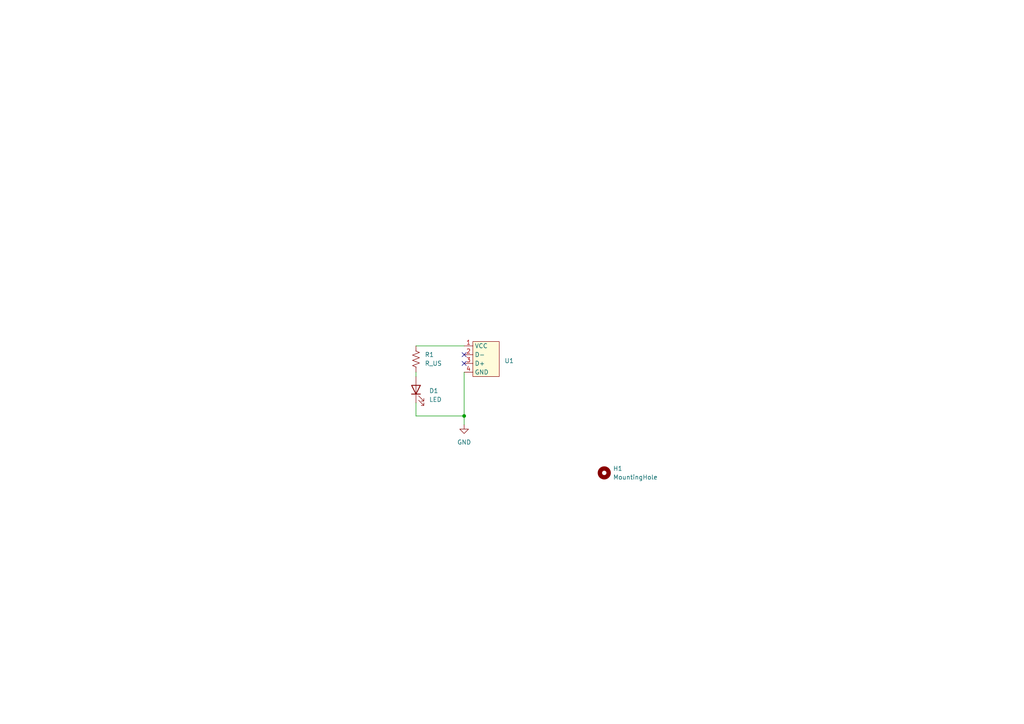
<source format=kicad_sch>
(kicad_sch
	(version 20250114)
	(generator "eeschema")
	(generator_version "9.0")
	(uuid "1a987dd8-87bc-4b74-82b5-02394680999b")
	(paper "A4")
	(lib_symbols
		(symbol "Device:LED"
			(pin_numbers
				(hide yes)
			)
			(pin_names
				(offset 1.016)
				(hide yes)
			)
			(exclude_from_sim no)
			(in_bom yes)
			(on_board yes)
			(property "Reference" "D"
				(at 0 2.54 0)
				(effects
					(font
						(size 1.27 1.27)
					)
				)
			)
			(property "Value" "LED"
				(at 0 -2.54 0)
				(effects
					(font
						(size 1.27 1.27)
					)
				)
			)
			(property "Footprint" ""
				(at 0 0 0)
				(effects
					(font
						(size 1.27 1.27)
					)
					(hide yes)
				)
			)
			(property "Datasheet" "~"
				(at 0 0 0)
				(effects
					(font
						(size 1.27 1.27)
					)
					(hide yes)
				)
			)
			(property "Description" "Light emitting diode"
				(at 0 0 0)
				(effects
					(font
						(size 1.27 1.27)
					)
					(hide yes)
				)
			)
			(property "Sim.Pins" "1=K 2=A"
				(at 0 0 0)
				(effects
					(font
						(size 1.27 1.27)
					)
					(hide yes)
				)
			)
			(property "ki_keywords" "LED diode"
				(at 0 0 0)
				(effects
					(font
						(size 1.27 1.27)
					)
					(hide yes)
				)
			)
			(property "ki_fp_filters" "LED* LED_SMD:* LED_THT:*"
				(at 0 0 0)
				(effects
					(font
						(size 1.27 1.27)
					)
					(hide yes)
				)
			)
			(symbol "LED_0_1"
				(polyline
					(pts
						(xy -3.048 -0.762) (xy -4.572 -2.286) (xy -3.81 -2.286) (xy -4.572 -2.286) (xy -4.572 -1.524)
					)
					(stroke
						(width 0)
						(type default)
					)
					(fill
						(type none)
					)
				)
				(polyline
					(pts
						(xy -1.778 -0.762) (xy -3.302 -2.286) (xy -2.54 -2.286) (xy -3.302 -2.286) (xy -3.302 -1.524)
					)
					(stroke
						(width 0)
						(type default)
					)
					(fill
						(type none)
					)
				)
				(polyline
					(pts
						(xy -1.27 0) (xy 1.27 0)
					)
					(stroke
						(width 0)
						(type default)
					)
					(fill
						(type none)
					)
				)
				(polyline
					(pts
						(xy -1.27 -1.27) (xy -1.27 1.27)
					)
					(stroke
						(width 0.254)
						(type default)
					)
					(fill
						(type none)
					)
				)
				(polyline
					(pts
						(xy 1.27 -1.27) (xy 1.27 1.27) (xy -1.27 0) (xy 1.27 -1.27)
					)
					(stroke
						(width 0.254)
						(type default)
					)
					(fill
						(type none)
					)
				)
			)
			(symbol "LED_1_1"
				(pin passive line
					(at -3.81 0 0)
					(length 2.54)
					(name "K"
						(effects
							(font
								(size 1.27 1.27)
							)
						)
					)
					(number "1"
						(effects
							(font
								(size 1.27 1.27)
							)
						)
					)
				)
				(pin passive line
					(at 3.81 0 180)
					(length 2.54)
					(name "A"
						(effects
							(font
								(size 1.27 1.27)
							)
						)
					)
					(number "2"
						(effects
							(font
								(size 1.27 1.27)
							)
						)
					)
				)
			)
			(embedded_fonts no)
		)
		(symbol "Device:R_US"
			(pin_numbers
				(hide yes)
			)
			(pin_names
				(offset 0)
			)
			(exclude_from_sim no)
			(in_bom yes)
			(on_board yes)
			(property "Reference" "R"
				(at 2.54 0 90)
				(effects
					(font
						(size 1.27 1.27)
					)
				)
			)
			(property "Value" "R_US"
				(at -2.54 0 90)
				(effects
					(font
						(size 1.27 1.27)
					)
				)
			)
			(property "Footprint" ""
				(at 1.016 -0.254 90)
				(effects
					(font
						(size 1.27 1.27)
					)
					(hide yes)
				)
			)
			(property "Datasheet" "~"
				(at 0 0 0)
				(effects
					(font
						(size 1.27 1.27)
					)
					(hide yes)
				)
			)
			(property "Description" "Resistor, US symbol"
				(at 0 0 0)
				(effects
					(font
						(size 1.27 1.27)
					)
					(hide yes)
				)
			)
			(property "ki_keywords" "R res resistor"
				(at 0 0 0)
				(effects
					(font
						(size 1.27 1.27)
					)
					(hide yes)
				)
			)
			(property "ki_fp_filters" "R_*"
				(at 0 0 0)
				(effects
					(font
						(size 1.27 1.27)
					)
					(hide yes)
				)
			)
			(symbol "R_US_0_1"
				(polyline
					(pts
						(xy 0 2.286) (xy 0 2.54)
					)
					(stroke
						(width 0)
						(type default)
					)
					(fill
						(type none)
					)
				)
				(polyline
					(pts
						(xy 0 2.286) (xy 1.016 1.905) (xy 0 1.524) (xy -1.016 1.143) (xy 0 0.762)
					)
					(stroke
						(width 0)
						(type default)
					)
					(fill
						(type none)
					)
				)
				(polyline
					(pts
						(xy 0 0.762) (xy 1.016 0.381) (xy 0 0) (xy -1.016 -0.381) (xy 0 -0.762)
					)
					(stroke
						(width 0)
						(type default)
					)
					(fill
						(type none)
					)
				)
				(polyline
					(pts
						(xy 0 -0.762) (xy 1.016 -1.143) (xy 0 -1.524) (xy -1.016 -1.905) (xy 0 -2.286)
					)
					(stroke
						(width 0)
						(type default)
					)
					(fill
						(type none)
					)
				)
				(polyline
					(pts
						(xy 0 -2.286) (xy 0 -2.54)
					)
					(stroke
						(width 0)
						(type default)
					)
					(fill
						(type none)
					)
				)
			)
			(symbol "R_US_1_1"
				(pin passive line
					(at 0 3.81 270)
					(length 1.27)
					(name "~"
						(effects
							(font
								(size 1.27 1.27)
							)
						)
					)
					(number "1"
						(effects
							(font
								(size 1.27 1.27)
							)
						)
					)
				)
				(pin passive line
					(at 0 -3.81 90)
					(length 1.27)
					(name "~"
						(effects
							(font
								(size 1.27 1.27)
							)
						)
					)
					(number "2"
						(effects
							(font
								(size 1.27 1.27)
							)
						)
					)
				)
			)
			(embedded_fonts no)
		)
		(symbol "Mechanical:MountingHole"
			(pin_names
				(offset 1.016)
			)
			(exclude_from_sim no)
			(in_bom no)
			(on_board yes)
			(property "Reference" "H"
				(at 0 5.08 0)
				(effects
					(font
						(size 1.27 1.27)
					)
				)
			)
			(property "Value" "MountingHole"
				(at 0 3.175 0)
				(effects
					(font
						(size 1.27 1.27)
					)
				)
			)
			(property "Footprint" ""
				(at 0 0 0)
				(effects
					(font
						(size 1.27 1.27)
					)
					(hide yes)
				)
			)
			(property "Datasheet" "~"
				(at 0 0 0)
				(effects
					(font
						(size 1.27 1.27)
					)
					(hide yes)
				)
			)
			(property "Description" "Mounting Hole without connection"
				(at 0 0 0)
				(effects
					(font
						(size 1.27 1.27)
					)
					(hide yes)
				)
			)
			(property "ki_keywords" "mounting hole"
				(at 0 0 0)
				(effects
					(font
						(size 1.27 1.27)
					)
					(hide yes)
				)
			)
			(property "ki_fp_filters" "MountingHole*"
				(at 0 0 0)
				(effects
					(font
						(size 1.27 1.27)
					)
					(hide yes)
				)
			)
			(symbol "MountingHole_0_1"
				(circle
					(center 0 0)
					(radius 1.27)
					(stroke
						(width 1.27)
						(type default)
					)
					(fill
						(type none)
					)
				)
			)
			(embedded_fonts no)
		)
		(symbol "New_Library:USB_A_PCB"
			(exclude_from_sim no)
			(in_bom yes)
			(on_board yes)
			(property "Reference" "U1"
				(at 10.922 2.286 0)
				(effects
					(font
						(size 1.27 1.27)
					)
				)
			)
			(property "Value" ""
				(at 0 0 0)
				(effects
					(font
						(size 1.27 1.27)
					)
				)
			)
			(property "Footprint" ""
				(at 0 0 0)
				(effects
					(font
						(size 1.27 1.27)
					)
					(hide yes)
				)
			)
			(property "Datasheet" ""
				(at 0 0 0)
				(effects
					(font
						(size 1.27 1.27)
					)
					(hide yes)
				)
			)
			(property "Description" ""
				(at 0 0 0)
				(effects
					(font
						(size 1.27 1.27)
					)
					(hide yes)
				)
			)
			(symbol "USB_A_PCB_1_1"
				(rectangle
					(start 1.27 7.62)
					(end 8.89 -2.54)
					(stroke
						(width 0)
						(type solid)
					)
					(fill
						(type color)
						(color 255 252 218 1)
					)
				)
				(pin power_in line
					(at -1.27 6.35 0)
					(length 2.54)
					(name "VCC"
						(effects
							(font
								(size 1.27 1.27)
							)
						)
					)
					(number "1"
						(effects
							(font
								(size 1.27 1.27)
							)
						)
					)
				)
				(pin bidirectional line
					(at -1.27 3.81 0)
					(length 2.54)
					(name "D-"
						(effects
							(font
								(size 1.27 1.27)
							)
						)
					)
					(number "2"
						(effects
							(font
								(size 1.27 1.27)
							)
						)
					)
				)
				(pin bidirectional line
					(at -1.27 1.27 0)
					(length 2.54)
					(name "D+"
						(effects
							(font
								(size 1.27 1.27)
							)
						)
					)
					(number "3"
						(effects
							(font
								(size 1.27 1.27)
							)
						)
					)
				)
				(pin output line
					(at -1.27 -1.27 0)
					(length 2.54)
					(name "GND"
						(effects
							(font
								(size 1.27 1.27)
							)
						)
					)
					(number "4"
						(effects
							(font
								(size 1.27 1.27)
							)
						)
					)
				)
			)
			(embedded_fonts no)
		)
		(symbol "power:GND"
			(power)
			(pin_numbers
				(hide yes)
			)
			(pin_names
				(offset 0)
				(hide yes)
			)
			(exclude_from_sim no)
			(in_bom yes)
			(on_board yes)
			(property "Reference" "#PWR"
				(at 0 -6.35 0)
				(effects
					(font
						(size 1.27 1.27)
					)
					(hide yes)
				)
			)
			(property "Value" "GND"
				(at 0 -3.81 0)
				(effects
					(font
						(size 1.27 1.27)
					)
				)
			)
			(property "Footprint" ""
				(at 0 0 0)
				(effects
					(font
						(size 1.27 1.27)
					)
					(hide yes)
				)
			)
			(property "Datasheet" ""
				(at 0 0 0)
				(effects
					(font
						(size 1.27 1.27)
					)
					(hide yes)
				)
			)
			(property "Description" "Power symbol creates a global label with name \"GND\" , ground"
				(at 0 0 0)
				(effects
					(font
						(size 1.27 1.27)
					)
					(hide yes)
				)
			)
			(property "ki_keywords" "global power"
				(at 0 0 0)
				(effects
					(font
						(size 1.27 1.27)
					)
					(hide yes)
				)
			)
			(symbol "GND_0_1"
				(polyline
					(pts
						(xy 0 0) (xy 0 -1.27) (xy 1.27 -1.27) (xy 0 -2.54) (xy -1.27 -1.27) (xy 0 -1.27)
					)
					(stroke
						(width 0)
						(type default)
					)
					(fill
						(type none)
					)
				)
			)
			(symbol "GND_1_1"
				(pin power_in line
					(at 0 0 270)
					(length 0)
					(name "~"
						(effects
							(font
								(size 1.27 1.27)
							)
						)
					)
					(number "1"
						(effects
							(font
								(size 1.27 1.27)
							)
						)
					)
				)
			)
			(embedded_fonts no)
		)
	)
	(junction
		(at 134.62 120.65)
		(diameter 0)
		(color 0 0 0 0)
		(uuid "a13df6e7-c776-4d3b-995a-1e2da614104b")
	)
	(no_connect
		(at 134.62 102.87)
		(uuid "2af73af1-744a-44a2-aa0d-60bf0761027f")
	)
	(no_connect
		(at 134.62 105.41)
		(uuid "de566366-6270-428c-8fce-c544d85a92cc")
	)
	(wire
		(pts
			(xy 134.62 107.95) (xy 134.62 120.65)
		)
		(stroke
			(width 0)
			(type default)
		)
		(uuid "0570b507-bada-481b-96d6-32d88c09191b")
	)
	(wire
		(pts
			(xy 120.65 100.33) (xy 134.62 100.33)
		)
		(stroke
			(width 0)
			(type default)
		)
		(uuid "295cf617-e910-4d7d-9def-99829995b4f2")
	)
	(wire
		(pts
			(xy 134.62 120.65) (xy 120.65 120.65)
		)
		(stroke
			(width 0)
			(type default)
		)
		(uuid "6d73721f-df4e-4fc0-b8eb-6f16e4b13e82")
	)
	(wire
		(pts
			(xy 134.62 123.19) (xy 134.62 120.65)
		)
		(stroke
			(width 0)
			(type default)
		)
		(uuid "c0659a52-38d4-4ccc-9ff1-ae0114892e59")
	)
	(wire
		(pts
			(xy 120.65 109.22) (xy 120.65 107.95)
		)
		(stroke
			(width 0)
			(type default)
		)
		(uuid "e696db73-d64f-4665-b7e5-e841f3d90f5f")
	)
	(wire
		(pts
			(xy 120.65 116.84) (xy 120.65 120.65)
		)
		(stroke
			(width 0)
			(type default)
		)
		(uuid "e809da1f-f5e9-405a-9fee-d64b61715148")
	)
	(symbol
		(lib_id "Device:R_US")
		(at 120.65 104.14 0)
		(unit 1)
		(exclude_from_sim no)
		(in_bom yes)
		(on_board yes)
		(dnp no)
		(fields_autoplaced yes)
		(uuid "8a77684e-ae1d-4758-8b1f-6684b683c7e8")
		(property "Reference" "R1"
			(at 123.19 102.8699 0)
			(effects
				(font
					(size 1.27 1.27)
				)
				(justify left)
			)
		)
		(property "Value" "R_US"
			(at 123.19 105.4099 0)
			(effects
				(font
					(size 1.27 1.27)
				)
				(justify left)
			)
		)
		(property "Footprint" "Resistor_SMD:R_0603_1608Metric"
			(at 121.666 104.394 90)
			(effects
				(font
					(size 1.27 1.27)
				)
				(hide yes)
			)
		)
		(property "Datasheet" "~"
			(at 120.65 104.14 0)
			(effects
				(font
					(size 1.27 1.27)
				)
				(hide yes)
			)
		)
		(property "Description" "Resistor, US symbol"
			(at 120.65 104.14 0)
			(effects
				(font
					(size 1.27 1.27)
				)
				(hide yes)
			)
		)
		(pin "1"
			(uuid "a8328a30-9993-4475-bf7b-6d27a59140af")
		)
		(pin "2"
			(uuid "f33ecd5e-0394-4f91-b64f-6c6682cba92c")
		)
		(instances
			(project ""
				(path "/1a987dd8-87bc-4b74-82b5-02394680999b"
					(reference "R1")
					(unit 1)
				)
			)
		)
	)
	(symbol
		(lib_id "Device:LED")
		(at 120.65 113.03 90)
		(unit 1)
		(exclude_from_sim no)
		(in_bom yes)
		(on_board yes)
		(dnp no)
		(fields_autoplaced yes)
		(uuid "c5fb368c-b060-4f87-8562-807d7fc0e61b")
		(property "Reference" "D1"
			(at 124.46 113.3474 90)
			(effects
				(font
					(size 1.27 1.27)
				)
				(justify right)
			)
		)
		(property "Value" "LED"
			(at 124.46 115.8874 90)
			(effects
				(font
					(size 1.27 1.27)
				)
				(justify right)
			)
		)
		(property "Footprint" "LED_SMD:LED_0402_1005Metric_Pad0.77x0.64mm_HandSolder"
			(at 120.65 113.03 0)
			(effects
				(font
					(size 1.27 1.27)
				)
				(hide yes)
			)
		)
		(property "Datasheet" "~"
			(at 120.65 113.03 0)
			(effects
				(font
					(size 1.27 1.27)
				)
				(hide yes)
			)
		)
		(property "Description" "Light emitting diode"
			(at 120.65 113.03 0)
			(effects
				(font
					(size 1.27 1.27)
				)
				(hide yes)
			)
		)
		(property "Sim.Pins" "1=K 2=A"
			(at 120.65 113.03 0)
			(effects
				(font
					(size 1.27 1.27)
				)
				(hide yes)
			)
		)
		(pin "2"
			(uuid "5e588644-75ff-42b3-b8e4-ba1f02257df2")
		)
		(pin "1"
			(uuid "3be7e038-8df9-4296-952b-ca151445a41c")
		)
		(instances
			(project ""
				(path "/1a987dd8-87bc-4b74-82b5-02394680999b"
					(reference "D1")
					(unit 1)
				)
			)
		)
	)
	(symbol
		(lib_id "power:GND")
		(at 134.62 123.19 0)
		(unit 1)
		(exclude_from_sim no)
		(in_bom yes)
		(on_board yes)
		(dnp no)
		(fields_autoplaced yes)
		(uuid "dc541a5c-a6cc-405e-9a3e-a71f7424eae1")
		(property "Reference" "#PWR01"
			(at 134.62 129.54 0)
			(effects
				(font
					(size 1.27 1.27)
				)
				(hide yes)
			)
		)
		(property "Value" "GND"
			(at 134.62 128.27 0)
			(effects
				(font
					(size 1.27 1.27)
				)
			)
		)
		(property "Footprint" ""
			(at 134.62 123.19 0)
			(effects
				(font
					(size 1.27 1.27)
				)
				(hide yes)
			)
		)
		(property "Datasheet" ""
			(at 134.62 123.19 0)
			(effects
				(font
					(size 1.27 1.27)
				)
				(hide yes)
			)
		)
		(property "Description" "Power symbol creates a global label with name \"GND\" , ground"
			(at 134.62 123.19 0)
			(effects
				(font
					(size 1.27 1.27)
				)
				(hide yes)
			)
		)
		(pin "1"
			(uuid "88e59469-4886-4873-8873-7b907980547e")
		)
		(instances
			(project ""
				(path "/1a987dd8-87bc-4b74-82b5-02394680999b"
					(reference "#PWR01")
					(unit 1)
				)
			)
		)
	)
	(symbol
		(lib_id "Mechanical:MountingHole")
		(at 175.26 137.16 0)
		(unit 1)
		(exclude_from_sim no)
		(in_bom no)
		(on_board yes)
		(dnp no)
		(fields_autoplaced yes)
		(uuid "f2f53d5b-937b-4f83-962b-ff1b07660361")
		(property "Reference" "H1"
			(at 177.8 135.8899 0)
			(effects
				(font
					(size 1.27 1.27)
				)
				(justify left)
			)
		)
		(property "Value" "MountingHole"
			(at 177.8 138.4299 0)
			(effects
				(font
					(size 1.27 1.27)
				)
				(justify left)
			)
		)
		(property "Footprint" "MountingHole:MountingHole_2.1mm"
			(at 175.26 137.16 0)
			(effects
				(font
					(size 1.27 1.27)
				)
				(hide yes)
			)
		)
		(property "Datasheet" "~"
			(at 175.26 137.16 0)
			(effects
				(font
					(size 1.27 1.27)
				)
				(hide yes)
			)
		)
		(property "Description" "Mounting Hole without connection"
			(at 175.26 137.16 0)
			(effects
				(font
					(size 1.27 1.27)
				)
				(hide yes)
			)
		)
		(instances
			(project ""
				(path "/1a987dd8-87bc-4b74-82b5-02394680999b"
					(reference "H1")
					(unit 1)
				)
			)
		)
	)
	(symbol
		(lib_id "New_Library:USB_A_PCB")
		(at 135.89 106.68 0)
		(unit 1)
		(exclude_from_sim no)
		(in_bom yes)
		(on_board yes)
		(dnp no)
		(uuid "faee9007-352d-450a-a9e0-7c2d2b3b11ac")
		(property "Reference" "U1"
			(at 146.304 104.648 0)
			(effects
				(font
					(size 1.27 1.27)
				)
				(justify left)
			)
		)
		(property "Value" "~"
			(at 146.05 105.4099 0)
			(effects
				(font
					(size 1.27 1.27)
				)
				(justify left)
				(hide yes)
			)
		)
		(property "Footprint" "USB_A_PCB"
			(at 135.89 106.68 0)
			(effects
				(font
					(size 1.27 1.27)
				)
				(hide yes)
			)
		)
		(property "Datasheet" ""
			(at 135.89 106.68 0)
			(effects
				(font
					(size 1.27 1.27)
				)
				(hide yes)
			)
		)
		(property "Description" ""
			(at 135.89 106.68 0)
			(effects
				(font
					(size 1.27 1.27)
				)
				(hide yes)
			)
		)
		(pin "1"
			(uuid "570ea493-d160-416d-9d1a-dfd4ec49296c")
		)
		(pin "2"
			(uuid "1362acb4-3eaa-4494-b1a9-31271e2107f9")
		)
		(pin "3"
			(uuid "18cb3827-2202-465f-b5bc-1594ff6d4561")
		)
		(pin "4"
			(uuid "76dde4c8-efc3-4e18-8594-53d06a22f16d")
		)
		(instances
			(project ""
				(path "/1a987dd8-87bc-4b74-82b5-02394680999b"
					(reference "U1")
					(unit 1)
				)
			)
		)
	)
	(sheet_instances
		(path "/"
			(page "1")
		)
	)
	(embedded_fonts no)
)

</source>
